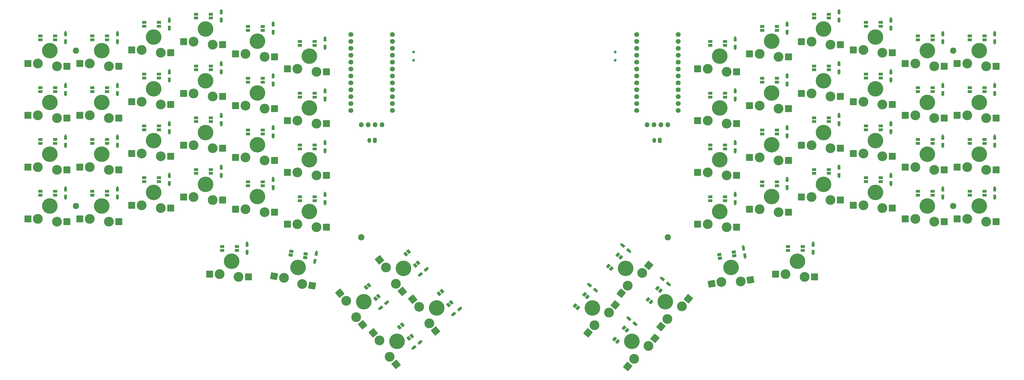
<source format=gbr>
%TF.GenerationSoftware,KiCad,Pcbnew,8.0.2-1.fc40*%
%TF.CreationDate,2024-06-26T22:38:01-04:00*%
%TF.ProjectId,BatBoard,42617442-6f61-4726-942e-6b696361645f,v1.0.0*%
%TF.SameCoordinates,Original*%
%TF.FileFunction,Soldermask,Bot*%
%TF.FilePolarity,Negative*%
%FSLAX46Y46*%
G04 Gerber Fmt 4.6, Leading zero omitted, Abs format (unit mm)*
G04 Created by KiCad (PCBNEW 8.0.2-1.fc40) date 2024-06-26 22:38:01*
%MOMM*%
%LPD*%
G01*
G04 APERTURE LIST*
G04 Aperture macros list*
%AMRoundRect*
0 Rectangle with rounded corners*
0 $1 Rounding radius*
0 $2 $3 $4 $5 $6 $7 $8 $9 X,Y pos of 4 corners*
0 Add a 4 corners polygon primitive as box body*
4,1,4,$2,$3,$4,$5,$6,$7,$8,$9,$2,$3,0*
0 Add four circle primitives for the rounded corners*
1,1,$1+$1,$2,$3*
1,1,$1+$1,$4,$5*
1,1,$1+$1,$6,$7*
1,1,$1+$1,$8,$9*
0 Add four rect primitives between the rounded corners*
20,1,$1+$1,$2,$3,$4,$5,0*
20,1,$1+$1,$4,$5,$6,$7,0*
20,1,$1+$1,$6,$7,$8,$9,0*
20,1,$1+$1,$8,$9,$2,$3,0*%
G04 Aperture macros list end*
%ADD10C,1.800000*%
%ADD11C,1.000000*%
%ADD12C,2.300000*%
%ADD13O,1.800000X1.800000*%
%ADD14RoundRect,0.250000X-1.050000X-1.000000X1.050000X-1.000000X1.050000X1.000000X-1.050000X1.000000X0*%
%ADD15C,5.700000*%
%ADD16C,3.600000*%
%ADD17C,0.600000*%
%ADD18RoundRect,0.050000X-0.455000X0.715000X-0.455000X-0.715000X0.455000X-0.715000X0.455000X0.715000X0*%
%ADD19RoundRect,0.050000X-0.455000X0.720000X-0.455000X-0.720000X0.455000X-0.720000X0.455000X0.720000X0*%
%ADD20RoundRect,0.050000X-0.700000X-0.500000X0.700000X-0.500000X0.700000X0.500000X-0.700000X0.500000X0*%
%ADD21RoundRect,0.250000X-1.207696X-0.802477X0.860400X-1.167138X1.207696X0.802477X-0.860400X1.167138X0*%
%ADD22RoundRect,0.250000X-1.440971X0.161559X-0.091117X-1.447134X1.440971X-0.161559X0.091117X1.447134X0*%
%ADD23RoundRect,0.050000X-0.066929X-0.857625X0.832974X0.214837X0.066929X0.857625X-0.832974X-0.214837X0*%
%ADD24RoundRect,0.050000X-0.572246X0.625128X-0.323929X-0.783147X0.572246X-0.625128X0.323929X0.783147X0*%
%ADD25RoundRect,0.050000X-0.573114X0.630052X-0.323061X-0.788072X0.573114X-0.630052X0.323061X0.788072X0*%
%ADD26RoundRect,0.050000X-0.840190X0.111043X0.255253X-0.808143X0.840190X-0.111043X-0.255253X0.808143X0*%
%ADD27RoundRect,0.050000X-0.844020X0.114257X0.259084X-0.811357X0.844020X-0.114257X-0.259084X0.811357X0*%
%ADD28RoundRect,0.050000X-0.776190X-0.370850X0.602541X-0.613958X0.776190X0.370850X-0.602541X0.613958X0*%
%ADD29RoundRect,0.250000X0.091117X-1.447134X1.440971X0.161559X-0.091117X1.447134X-1.440971X-0.161559X0*%
%ADD30RoundRect,0.050000X-0.602541X-0.613958X0.776190X-0.370850X0.602541X0.613958X-0.776190X0.370850X0*%
%ADD31RoundRect,0.050000X0.255253X0.808143X-0.840190X-0.111043X-0.255253X-0.808143X0.840190X0.111043X0*%
%ADD32RoundRect,0.050000X0.259084X0.811357X-0.844020X-0.114257X-0.259084X-0.811357X0.844020X0.114257X0*%
%ADD33RoundRect,0.050000X-0.832974X0.214837X0.066929X-0.857625X0.832974X-0.214837X-0.066929X0.857625X0*%
%ADD34RoundRect,0.250000X-0.860400X-1.167138X1.207696X-0.802477X0.860400X1.167138X-1.207696X0.802477X0*%
%ADD35RoundRect,0.050000X-0.323929X0.783147X-0.572246X-0.625128X0.323929X-0.783147X0.572246X0.625128X0*%
%ADD36RoundRect,0.050000X-0.323061X0.788072X-0.573114X-0.630052X0.323061X-0.788072X0.573114X0.630052X0*%
%ADD37RoundRect,0.260000X-0.390000X-0.665000X0.390000X-0.665000X0.390000X0.665000X-0.390000X0.665000X0*%
%ADD38O,1.300000X1.850000*%
G04 APERTURE END LIST*
D10*
%TO.C,MCU2*%
X280580637Y-111912500D03*
X280580637Y-114452500D03*
X280580637Y-116992500D03*
X280580637Y-119532500D03*
X280580637Y-122072500D03*
X280580637Y-124612500D03*
X280580637Y-127152500D03*
X280580637Y-129692500D03*
X280580637Y-132232500D03*
X280580637Y-134772500D03*
X280580637Y-137312500D03*
X280580637Y-139852500D03*
X265340637Y-139852500D03*
X265340637Y-137312500D03*
X265340637Y-134772500D03*
X265340637Y-132232500D03*
X265340637Y-129692500D03*
X265340637Y-127152500D03*
X265340637Y-124612500D03*
X265340637Y-122072500D03*
X265340637Y-119532500D03*
X265340637Y-116992500D03*
X265340637Y-114452500D03*
X265340637Y-111912500D03*
%TD*%
%TO.C,MCU1*%
X175730000Y-111912500D03*
X175730000Y-114452500D03*
X175730000Y-116992500D03*
X175730000Y-119532500D03*
X175730000Y-122072500D03*
X175730000Y-124612500D03*
X175730000Y-127152500D03*
X175730000Y-129692500D03*
X175730000Y-132232500D03*
X175730000Y-134772500D03*
X175730000Y-137312500D03*
X175730000Y-139852500D03*
X160490000Y-139852500D03*
X160490000Y-137312500D03*
X160490000Y-134772500D03*
X160490000Y-132232500D03*
X160490000Y-129692500D03*
X160490000Y-127152500D03*
X160490000Y-124612500D03*
X160490000Y-122072500D03*
X160490000Y-119532500D03*
X160490000Y-116992500D03*
X160490000Y-114452500D03*
X160490000Y-111912500D03*
%TD*%
D11*
%TO.C,PWR1*%
X183525000Y-118350000D03*
X183525000Y-121350000D03*
%TD*%
D12*
%TO.C,MH6*%
X381545637Y-175000000D03*
%TD*%
%TO.C,MH1*%
X164300000Y-186525000D03*
%TD*%
D13*
%TO.C,DISP2*%
X269150637Y-145122500D03*
X271690637Y-145122500D03*
X274230637Y-145122500D03*
X276770637Y-145122500D03*
%TD*%
D12*
%TO.C,MH2*%
X59525000Y-117850000D03*
%TD*%
%TO.C,MH4*%
X276770637Y-186525000D03*
%TD*%
%TO.C,MH3*%
X59525000Y-175000000D03*
%TD*%
%TO.C,MH5*%
X381545637Y-117850000D03*
%TD*%
D11*
%TO.C,PWR2*%
X257545637Y-121350000D03*
X257545637Y-118350000D03*
%TD*%
D13*
%TO.C,DISP1*%
X164300000Y-145122500D03*
X166840000Y-145122500D03*
X169380000Y-145122500D03*
X171920000Y-145122500D03*
%TD*%
D14*
%TO.C,S52*%
X287770637Y-162650000D03*
D15*
X295820637Y-157950000D03*
D14*
X302070637Y-163700000D03*
D16*
X291420637Y-162650000D03*
X298420637Y-163700000D03*
%TD*%
D17*
%TO.C,D53*%
X301535637Y-131887500D03*
D18*
X301540637Y-132772500D03*
D19*
X301540637Y-135507500D03*
D17*
X301535637Y-136387500D03*
%TD*%
D14*
%TO.C,S17*%
X118150000Y-176200000D03*
D15*
X126200000Y-171500000D03*
D14*
X132450000Y-177250000D03*
D16*
X121800000Y-176200000D03*
X128800000Y-177250000D03*
%TD*%
D14*
%TO.C,S20*%
X118150000Y-119050000D03*
D15*
X126200000Y-114350000D03*
D14*
X132450000Y-120100000D03*
D16*
X121800000Y-119050000D03*
X128800000Y-120100000D03*
%TD*%
D14*
%TO.C,S53*%
X287770637Y-143600000D03*
D15*
X295820637Y-138900000D03*
D14*
X302070637Y-144650000D03*
D16*
X291420637Y-143600000D03*
X298420637Y-144650000D03*
%TD*%
D17*
%TO.C,D24*%
X150965000Y-112837500D03*
D18*
X150970000Y-113722500D03*
D19*
X150970000Y-116457500D03*
D17*
X150965000Y-117337500D03*
%TD*%
D20*
%TO.C,LED51*%
X297770637Y-173000000D03*
X297770637Y-171600000D03*
X292370637Y-171600000D03*
X292370637Y-173000000D03*
%TD*%
%TO.C,LED48*%
X316820637Y-148450000D03*
X316820637Y-147050000D03*
X311420637Y-147050000D03*
X311420637Y-148450000D03*
%TD*%
%TO.C,LED52*%
X297770637Y-153950000D03*
X297770637Y-152550000D03*
X292370637Y-152550000D03*
X292370637Y-153950000D03*
%TD*%
D14*
%TO.C,S34*%
X383020637Y-122550000D03*
D15*
X391070637Y-117850000D03*
D14*
X397320637Y-123600000D03*
D16*
X386670637Y-122550000D03*
X393670637Y-123600000D03*
%TD*%
D14*
%TO.C,S19*%
X118150000Y-138100000D03*
D15*
X126200000Y-133400000D03*
D14*
X132450000Y-139150000D03*
D16*
X121800000Y-138100000D03*
X128800000Y-139150000D03*
%TD*%
D14*
%TO.C,S36*%
X363970637Y-160650000D03*
D15*
X372020637Y-155950000D03*
D14*
X378270637Y-161700000D03*
D16*
X367620637Y-160650000D03*
X374620637Y-161700000D03*
%TD*%
D14*
%TO.C,S47*%
X306820637Y-176200000D03*
D15*
X314870637Y-171500000D03*
D14*
X321120637Y-177250000D03*
D16*
X310470637Y-176200000D03*
X317470637Y-177250000D03*
%TD*%
D20*
%TO.C,LED34*%
X393020637Y-113850000D03*
X393020637Y-112450000D03*
X387620637Y-112450000D03*
X387620637Y-113850000D03*
%TD*%
%TO.C,LED11*%
X90050000Y-127900000D03*
X90050000Y-126500000D03*
X84650000Y-126500000D03*
X84650000Y-127900000D03*
%TD*%
%TO.C,LED25*%
X118625000Y-191312500D03*
X118625000Y-189912500D03*
X113225000Y-189912500D03*
X113225000Y-191312500D03*
%TD*%
D17*
%TO.C,D13*%
X112865000Y-159987500D03*
D18*
X112870000Y-160872500D03*
D19*
X112870000Y-163607500D03*
D17*
X112865000Y-164487500D03*
%TD*%
D20*
%TO.C,LED4*%
X51950000Y-113850000D03*
X51950000Y-112450000D03*
X46550000Y-112450000D03*
X46550000Y-113850000D03*
%TD*%
D14*
%TO.C,S33*%
X383020637Y-141600000D03*
D15*
X391070637Y-136900000D03*
D14*
X397320637Y-142650000D03*
D16*
X386670637Y-141600000D03*
X393670637Y-142650000D03*
%TD*%
D21*
%TO.C,S26*%
X132318864Y-200788764D03*
D15*
X141062713Y-197558035D03*
D21*
X146219284Y-204305981D03*
D16*
X135913410Y-201422579D03*
X142624736Y-203672165D03*
%TD*%
D14*
%TO.C,S14*%
X99100000Y-152650000D03*
D15*
X107150000Y-147950000D03*
D14*
X113400000Y-153700000D03*
D16*
X102750000Y-152650000D03*
X109750000Y-153700000D03*
%TD*%
D17*
%TO.C,D14*%
X112865000Y-140937500D03*
D18*
X112870000Y-141822500D03*
D19*
X112870000Y-144557500D03*
D17*
X112865000Y-145437500D03*
%TD*%
D22*
%TO.C,S29*%
X170972505Y-194758108D03*
D15*
X179747354Y-197903664D03*
D22*
X179360021Y-206387471D03*
D16*
X173318680Y-197554170D03*
X177013846Y-203591408D03*
%TD*%
D17*
%TO.C,D39*%
X358685637Y-162987500D03*
D18*
X358690637Y-163872500D03*
D19*
X358690637Y-166607500D03*
D17*
X358685637Y-167487500D03*
%TD*%
D14*
%TO.C,S4*%
X41950000Y-122550000D03*
D15*
X50000000Y-117850000D03*
D14*
X56250000Y-123600000D03*
D16*
X45600000Y-122550000D03*
X52600000Y-123600000D03*
%TD*%
D17*
%TO.C,D49*%
X320585637Y-126387500D03*
D18*
X320590637Y-127272500D03*
D19*
X320590637Y-130007500D03*
D17*
X320585637Y-130887500D03*
%TD*%
D20*
%TO.C,LED19*%
X128150000Y-129400000D03*
X128150000Y-128000000D03*
X122750000Y-128000000D03*
X122750000Y-129400000D03*
%TD*%
%TO.C,LED44*%
X335870637Y-143950000D03*
X335870637Y-142550000D03*
X330470637Y-142550000D03*
X330470637Y-143950000D03*
%TD*%
%TO.C,LED36*%
X373970637Y-151950000D03*
X373970637Y-150550000D03*
X368570637Y-150550000D03*
X368570637Y-151950000D03*
%TD*%
D14*
%TO.C,S22*%
X137200000Y-162650000D03*
D15*
X145250000Y-157950000D03*
D14*
X151500000Y-163700000D03*
D16*
X140850000Y-162650000D03*
X147850000Y-163700000D03*
%TD*%
D20*
%TO.C,LED22*%
X147200000Y-153950000D03*
X147200000Y-152550000D03*
X141800000Y-152550000D03*
X141800000Y-153950000D03*
%TD*%
D14*
%TO.C,S39*%
X344920637Y-174700000D03*
D15*
X352970637Y-170000000D03*
D14*
X359220637Y-175750000D03*
D16*
X348570637Y-174700000D03*
X355570637Y-175750000D03*
%TD*%
D14*
%TO.C,S23*%
X137200000Y-143600000D03*
D15*
X145250000Y-138900000D03*
D14*
X151500000Y-144650000D03*
D16*
X140850000Y-143600000D03*
X147850000Y-144650000D03*
%TD*%
D17*
%TO.C,D18*%
X131915000Y-145437500D03*
D18*
X131920000Y-146322500D03*
D19*
X131920000Y-149057500D03*
D17*
X131915000Y-149937500D03*
%TD*%
D14*
%TO.C,S7*%
X61000000Y-141600000D03*
D15*
X69050000Y-136900000D03*
D14*
X75300000Y-142650000D03*
D16*
X64650000Y-141600000D03*
X71650000Y-142650000D03*
%TD*%
D14*
%TO.C,S1*%
X41950000Y-179700000D03*
D15*
X50000000Y-175000000D03*
D14*
X56250000Y-180750000D03*
D16*
X45600000Y-179700000D03*
X52600000Y-180750000D03*
%TD*%
D17*
%TO.C,D19*%
X131915000Y-126387500D03*
D18*
X131920000Y-127272500D03*
D19*
X131920000Y-130007500D03*
D17*
X131915000Y-130887500D03*
%TD*%
D20*
%TO.C,LED6*%
X71000000Y-151950000D03*
X71000000Y-150550000D03*
X65600000Y-150550000D03*
X65600000Y-151950000D03*
%TD*%
%TO.C,LED50*%
X316820637Y-110350000D03*
X316820637Y-108950000D03*
X311420637Y-108950000D03*
X311420637Y-110350000D03*
%TD*%
D14*
%TO.C,S12*%
X80050000Y-117550000D03*
D15*
X88100000Y-112850000D03*
D14*
X94350000Y-118600000D03*
D16*
X83700000Y-117550000D03*
X90700000Y-118600000D03*
%TD*%
D14*
%TO.C,S54*%
X287770637Y-124550000D03*
D15*
X295820637Y-119850000D03*
D14*
X302070637Y-125600000D03*
D16*
X291420637Y-124550000D03*
X298420637Y-125600000D03*
%TD*%
D17*
%TO.C,D2*%
X55715000Y-148937500D03*
D18*
X55720000Y-149822500D03*
D19*
X55720000Y-152557500D03*
D17*
X55715000Y-153437500D03*
%TD*%
D22*
%TO.C,S28*%
X168656602Y-221634661D03*
D15*
X177431451Y-224780217D03*
D22*
X177044118Y-233264024D03*
D16*
X171002777Y-224430723D03*
X174697943Y-230467961D03*
%TD*%
D17*
%TO.C,D41*%
X358685637Y-124887500D03*
D18*
X358690637Y-125772500D03*
D19*
X358690637Y-128507500D03*
D17*
X358685637Y-129387500D03*
%TD*%
D23*
%TO.C,LED60*%
X247299577Y-208393571D03*
X246227114Y-207493669D03*
X242756061Y-211630309D03*
X243828524Y-212530211D03*
%TD*%
D20*
%TO.C,LED3*%
X51950000Y-132900000D03*
X51950000Y-131500000D03*
X46550000Y-131500000D03*
X46550000Y-132900000D03*
%TD*%
D17*
%TO.C,D1*%
X55715000Y-167987500D03*
D18*
X55720000Y-168872500D03*
D19*
X55720000Y-171607500D03*
D17*
X55715000Y-172487500D03*
%TD*%
D20*
%TO.C,LED15*%
X109100000Y-124900000D03*
X109100000Y-123500000D03*
X103700000Y-123500000D03*
X103700000Y-124900000D03*
%TD*%
D17*
%TO.C,D56*%
X304418393Y-189659673D03*
D24*
X304576995Y-190530358D03*
D25*
X305051923Y-193223807D03*
D17*
X305199809Y-194091305D03*
%TD*%
D14*
%TO.C,S49*%
X306820637Y-138100000D03*
D15*
X314870637Y-133400000D03*
D14*
X321120637Y-139150000D03*
D16*
X310470637Y-138100000D03*
X317470637Y-139150000D03*
%TD*%
D17*
%TO.C,D46*%
X339635637Y-102837500D03*
D18*
X339640637Y-103722500D03*
D19*
X339640637Y-106457500D03*
D17*
X339635637Y-107337500D03*
%TD*%
%TO.C,D58*%
X261940831Y-215894725D03*
D26*
X262621994Y-216459762D03*
D27*
X264717126Y-218217786D03*
D17*
X265388031Y-218787269D03*
%TD*%
D14*
%TO.C,S9*%
X80050000Y-174700000D03*
D15*
X88100000Y-170000000D03*
D14*
X94350000Y-175750000D03*
D16*
X83700000Y-174700000D03*
X90700000Y-175750000D03*
%TD*%
D17*
%TO.C,D34*%
X396785637Y-110837500D03*
D18*
X396790637Y-111722500D03*
D19*
X396790637Y-114457500D03*
D17*
X396785637Y-115337500D03*
%TD*%
D20*
%TO.C,LED46*%
X335870637Y-105850000D03*
X335870637Y-104450000D03*
X330470637Y-104450000D03*
X330470637Y-105850000D03*
%TD*%
D28*
%TO.C,LED26*%
X143677680Y-193957419D03*
X143920788Y-192578688D03*
X138602826Y-191640987D03*
X138359718Y-193019718D03*
%TD*%
D20*
%TO.C,LED9*%
X90050000Y-166000000D03*
X90050000Y-164600000D03*
X84650000Y-164600000D03*
X84650000Y-166000000D03*
%TD*%
D17*
%TO.C,D8*%
X74765000Y-110837500D03*
D18*
X74770000Y-111722500D03*
D19*
X74770000Y-114457500D03*
D17*
X74765000Y-115337500D03*
%TD*%
D20*
%TO.C,LED39*%
X354920637Y-166000000D03*
X354920637Y-164600000D03*
X349520637Y-164600000D03*
X349520637Y-166000000D03*
%TD*%
D14*
%TO.C,S5*%
X61000000Y-179700000D03*
D15*
X69050000Y-175000000D03*
D14*
X75300000Y-180750000D03*
D16*
X64650000Y-179700000D03*
X71650000Y-180750000D03*
%TD*%
D20*
%TO.C,LED17*%
X128150000Y-167500000D03*
X128150000Y-166100000D03*
X122750000Y-166100000D03*
X122750000Y-167500000D03*
%TD*%
D14*
%TO.C,S3*%
X41950000Y-141600000D03*
D15*
X50000000Y-136900000D03*
D14*
X56250000Y-142650000D03*
D16*
X45600000Y-141600000D03*
X52600000Y-142650000D03*
%TD*%
D17*
%TO.C,D44*%
X339635637Y-140937500D03*
D18*
X339640637Y-141822500D03*
D19*
X339640637Y-144557500D03*
D17*
X339635637Y-145437500D03*
%TD*%
%TO.C,D36*%
X377735637Y-148937500D03*
D18*
X377740637Y-149822500D03*
D19*
X377740637Y-152557500D03*
D17*
X377735637Y-153437500D03*
%TD*%
%TO.C,D23*%
X150965000Y-131887500D03*
D18*
X150970000Y-132772500D03*
D19*
X150970000Y-135507500D03*
D17*
X150965000Y-136387500D03*
%TD*%
D29*
%TO.C,S59*%
X259749252Y-207091424D03*
D15*
X261323283Y-197903664D03*
D29*
X269745461Y-196811915D03*
D16*
X262095426Y-204295361D03*
X267399286Y-199607977D03*
%TD*%
D17*
%TO.C,D55*%
X330110637Y-188300000D03*
D18*
X330115637Y-189185000D03*
D19*
X330115637Y-191920000D03*
D17*
X330110637Y-192800000D03*
%TD*%
D20*
%TO.C,LED40*%
X354920637Y-146950000D03*
X354920637Y-145550000D03*
X349520637Y-145550000D03*
X349520637Y-146950000D03*
%TD*%
D17*
%TO.C,D45*%
X339635637Y-121887500D03*
D18*
X339640637Y-122772500D03*
D19*
X339640637Y-125507500D03*
D17*
X339635637Y-126387500D03*
%TD*%
D30*
%TO.C,LED56*%
X301233707Y-193280190D03*
X300990599Y-191901459D03*
X295672637Y-192839160D03*
X295915745Y-194217891D03*
%TD*%
D20*
%TO.C,LED38*%
X373970637Y-113850000D03*
X373970637Y-112450000D03*
X368570637Y-112450000D03*
X368570637Y-113850000D03*
%TD*%
%TO.C,LED33*%
X393020637Y-132900000D03*
X393020637Y-131500000D03*
X387620637Y-131500000D03*
X387620637Y-132900000D03*
%TD*%
D14*
%TO.C,S44*%
X325870637Y-152650000D03*
D15*
X333920637Y-147950000D03*
D14*
X340170637Y-153700000D03*
D16*
X329520637Y-152650000D03*
X336520637Y-153700000D03*
%TD*%
D20*
%TO.C,LED42*%
X354920637Y-108850000D03*
X354920637Y-107450000D03*
X349520637Y-107450000D03*
X349520637Y-108850000D03*
%TD*%
D17*
%TO.C,D10*%
X93815000Y-143937500D03*
D18*
X93820000Y-144822500D03*
D19*
X93820000Y-147557500D03*
D17*
X93815000Y-148437500D03*
%TD*%
D14*
%TO.C,S31*%
X383020637Y-179700000D03*
D15*
X391070637Y-175000000D03*
D14*
X397320637Y-180750000D03*
D16*
X386670637Y-179700000D03*
X393670637Y-180750000D03*
%TD*%
D29*
%TO.C,S60*%
X247536288Y-221646268D03*
D15*
X249110319Y-212458508D03*
D29*
X257532497Y-211366759D03*
D16*
X249882462Y-218850205D03*
X255186322Y-214162821D03*
%TD*%
D20*
%TO.C,LED49*%
X316820637Y-129400000D03*
X316820637Y-128000000D03*
X311420637Y-128000000D03*
X311420637Y-129400000D03*
%TD*%
D14*
%TO.C,S50*%
X306820637Y-119050000D03*
D15*
X314870637Y-114350000D03*
D14*
X321120637Y-120100000D03*
D16*
X310470637Y-119050000D03*
X317470637Y-120100000D03*
%TD*%
D17*
%TO.C,D33*%
X396785637Y-129887500D03*
D18*
X396790637Y-130772500D03*
D19*
X396790637Y-133507500D03*
D17*
X396785637Y-134387500D03*
%TD*%
D20*
%TO.C,LED8*%
X71000000Y-113850000D03*
X71000000Y-112450000D03*
X65600000Y-112450000D03*
X65600000Y-113850000D03*
%TD*%
D14*
%TO.C,S41*%
X344920637Y-136600000D03*
D15*
X352970637Y-131900000D03*
D14*
X359220637Y-137650000D03*
D16*
X348570637Y-136600000D03*
X355570637Y-137650000D03*
%TD*%
D17*
%TO.C,D31*%
X396785637Y-167987500D03*
D18*
X396790637Y-168872500D03*
D19*
X396790637Y-171607500D03*
D17*
X396785637Y-172487500D03*
%TD*%
D14*
%TO.C,S15*%
X99100000Y-133600000D03*
D15*
X107150000Y-128900000D03*
D14*
X113400000Y-134650000D03*
D16*
X102750000Y-133600000D03*
X109750000Y-134650000D03*
%TD*%
D20*
%TO.C,LED31*%
X393020637Y-171000000D03*
X393020637Y-169600000D03*
X387620637Y-169600000D03*
X387620637Y-171000000D03*
%TD*%
%TO.C,LED23*%
X147200000Y-134900000D03*
X147200000Y-133500000D03*
X141800000Y-133500000D03*
X141800000Y-134900000D03*
%TD*%
D17*
%TO.C,D17*%
X131915000Y-164487500D03*
D18*
X131920000Y-165372500D03*
D19*
X131920000Y-168107500D03*
D17*
X131915000Y-168987500D03*
%TD*%
D20*
%TO.C,LED12*%
X90050000Y-108850000D03*
X90050000Y-107450000D03*
X84650000Y-107450000D03*
X84650000Y-108850000D03*
%TD*%
D14*
%TO.C,S21*%
X137200000Y-181700000D03*
D15*
X145250000Y-177000000D03*
D14*
X151500000Y-182750000D03*
D16*
X140850000Y-181700000D03*
X147850000Y-182750000D03*
%TD*%
D20*
%TO.C,LED43*%
X335870637Y-163000000D03*
X335870637Y-161600000D03*
X330470637Y-161600000D03*
X330470637Y-163000000D03*
%TD*%
D17*
%TO.C,D60*%
X247411963Y-203573016D03*
D26*
X248093126Y-204138053D03*
D27*
X250188258Y-205896077D03*
D17*
X250859163Y-206465560D03*
%TD*%
D20*
%TO.C,LED53*%
X297770637Y-134900000D03*
X297770637Y-133500000D03*
X292370637Y-133500000D03*
X292370637Y-134900000D03*
%TD*%
%TO.C,LED55*%
X326345637Y-191312500D03*
X326345637Y-189912500D03*
X320945637Y-189912500D03*
X320945637Y-191312500D03*
%TD*%
%TO.C,LED13*%
X109100000Y-163000000D03*
X109100000Y-161600000D03*
X103700000Y-161600000D03*
X103700000Y-163000000D03*
%TD*%
%TO.C,LED21*%
X147200000Y-173000000D03*
X147200000Y-171600000D03*
X141800000Y-171600000D03*
X141800000Y-173000000D03*
%TD*%
D17*
%TO.C,D3*%
X55715000Y-129887500D03*
D18*
X55720000Y-130772500D03*
D19*
X55720000Y-133507500D03*
D17*
X55715000Y-134387500D03*
%TD*%
D14*
%TO.C,S24*%
X137200000Y-124550000D03*
D15*
X145250000Y-119850000D03*
D14*
X151500000Y-125600000D03*
D16*
X140850000Y-124550000D03*
X147850000Y-125600000D03*
%TD*%
D17*
%TO.C,D27*%
X174231765Y-210057466D03*
D31*
X173557030Y-210630163D03*
D32*
X171461898Y-212388187D03*
D17*
X170784565Y-212950010D03*
%TD*%
D14*
%TO.C,S8*%
X61000000Y-122550000D03*
D15*
X69050000Y-117850000D03*
D14*
X75300000Y-123600000D03*
D16*
X64650000Y-122550000D03*
X71650000Y-123600000D03*
%TD*%
D20*
%TO.C,LED35*%
X373970637Y-171000000D03*
X373970637Y-169600000D03*
X368570637Y-169600000D03*
X368570637Y-171000000D03*
%TD*%
%TO.C,LED24*%
X147200000Y-115850000D03*
X147200000Y-114450000D03*
X141800000Y-114450000D03*
X141800000Y-115850000D03*
%TD*%
D14*
%TO.C,S2*%
X41950000Y-160650000D03*
D15*
X50000000Y-155950000D03*
D14*
X56250000Y-161700000D03*
D16*
X45600000Y-160650000D03*
X52600000Y-161700000D03*
%TD*%
D17*
%TO.C,D22*%
X150965000Y-150937500D03*
D18*
X150970000Y-151822500D03*
D19*
X150970000Y-154557500D03*
D17*
X150965000Y-155437500D03*
%TD*%
D14*
%TO.C,S51*%
X287770637Y-181700000D03*
D15*
X295820637Y-177000000D03*
D14*
X302070637Y-182750000D03*
D16*
X291420637Y-181700000D03*
X298420637Y-182750000D03*
%TD*%
D17*
%TO.C,D54*%
X301535637Y-112837500D03*
D18*
X301540637Y-113722500D03*
D19*
X301540637Y-116457500D03*
D17*
X301535637Y-117337500D03*
%TD*%
D20*
%TO.C,LED32*%
X393020637Y-151950000D03*
X393020637Y-150550000D03*
X387620637Y-150550000D03*
X387620637Y-151950000D03*
%TD*%
D14*
%TO.C,S16*%
X99100000Y-114550000D03*
D15*
X107150000Y-109850000D03*
D14*
X113400000Y-115600000D03*
D16*
X102750000Y-114550000D03*
X109750000Y-115600000D03*
%TD*%
D14*
%TO.C,S37*%
X363970637Y-141600000D03*
D15*
X372020637Y-136900000D03*
D14*
X378270637Y-142650000D03*
D16*
X367620637Y-141600000D03*
X374620637Y-142650000D03*
%TD*%
D14*
%TO.C,S18*%
X118150000Y-157150000D03*
D15*
X126200000Y-152450000D03*
D14*
X132450000Y-158200000D03*
D16*
X121800000Y-157150000D03*
X128800000Y-158200000D03*
%TD*%
D22*
%TO.C,S27*%
X156411498Y-207041514D03*
D15*
X165186347Y-210187070D03*
D22*
X164799014Y-218670877D03*
D16*
X158757673Y-209837576D03*
X162452839Y-215874814D03*
%TD*%
D33*
%TO.C,LED29*%
X184064967Y-196826300D03*
X185137430Y-195926398D03*
X181666377Y-191789758D03*
X180593914Y-192689660D03*
%TD*%
D20*
%TO.C,LED2*%
X51950000Y-151950000D03*
X51950000Y-150550000D03*
X46550000Y-150550000D03*
X46550000Y-151950000D03*
%TD*%
D17*
%TO.C,D37*%
X377735637Y-129887500D03*
D18*
X377740637Y-130772500D03*
D19*
X377740637Y-133507500D03*
D17*
X377735637Y-134387500D03*
%TD*%
D14*
%TO.C,S10*%
X80050000Y-155650000D03*
D15*
X88100000Y-150950000D03*
D14*
X94350000Y-156700000D03*
D16*
X83700000Y-155650000D03*
X90700000Y-156700000D03*
%TD*%
D17*
%TO.C,D7*%
X74765000Y-129887500D03*
D18*
X74770000Y-130772500D03*
D19*
X74770000Y-133507500D03*
D17*
X74765000Y-134387500D03*
%TD*%
%TO.C,D5*%
X74765000Y-167987500D03*
D18*
X74770000Y-168872500D03*
D19*
X74770000Y-171607500D03*
D17*
X74765000Y-172487500D03*
%TD*%
D14*
%TO.C,S6*%
X61000000Y-160650000D03*
D15*
X69050000Y-155950000D03*
D14*
X75300000Y-161700000D03*
D16*
X64650000Y-160650000D03*
X71650000Y-161700000D03*
%TD*%
D17*
%TO.C,D20*%
X131915000Y-107337500D03*
D18*
X131920000Y-108222500D03*
D19*
X131920000Y-110957500D03*
D17*
X131915000Y-111837500D03*
%TD*%
%TO.C,D4*%
X55715000Y-110837500D03*
D18*
X55720000Y-111722500D03*
D19*
X55720000Y-114457500D03*
D17*
X55715000Y-115337500D03*
%TD*%
D20*
%TO.C,LED41*%
X354920637Y-127900000D03*
X354920637Y-126500000D03*
X349520637Y-126500000D03*
X349520637Y-127900000D03*
%TD*%
D14*
%TO.C,S43*%
X325870637Y-171700000D03*
D15*
X333920637Y-167000000D03*
D14*
X340170637Y-172750000D03*
D16*
X329520637Y-171700000D03*
X336520637Y-172750000D03*
%TD*%
D34*
%TO.C,S56*%
X292896368Y-203584499D03*
D15*
X300007924Y-197558035D03*
D34*
X307161449Y-202135376D03*
D16*
X296490916Y-202950683D03*
X303566901Y-202769194D03*
%TD*%
D14*
%TO.C,S25*%
X108625000Y-200012500D03*
D15*
X116675000Y-195312500D03*
D14*
X122925000Y-201062500D03*
D16*
X112275000Y-200012500D03*
X119275000Y-201062500D03*
%TD*%
D17*
%TO.C,D6*%
X74765000Y-148937500D03*
D18*
X74770000Y-149822500D03*
D19*
X74770000Y-152557500D03*
D17*
X74765000Y-153437500D03*
%TD*%
D23*
%TO.C,LED59*%
X259512542Y-193838726D03*
X258440079Y-192938824D03*
X254969026Y-197075464D03*
X256041489Y-197975366D03*
%TD*%
D20*
%TO.C,LED10*%
X90050000Y-146950000D03*
X90050000Y-145550000D03*
X84650000Y-145550000D03*
X84650000Y-146950000D03*
%TD*%
D17*
%TO.C,D35*%
X377735637Y-167987500D03*
D18*
X377740637Y-168872500D03*
D19*
X377740637Y-171607500D03*
D17*
X377735637Y-172487500D03*
%TD*%
D22*
%TO.C,S30*%
X183185470Y-209312952D03*
D15*
X191960319Y-212458508D03*
D22*
X191572986Y-220942315D03*
D16*
X185531645Y-212109014D03*
X189226811Y-218146252D03*
%TD*%
D17*
%TO.C,D25*%
X122390000Y-188300000D03*
D18*
X122395000Y-189185000D03*
D19*
X122395000Y-191920000D03*
D17*
X122390000Y-192800000D03*
%TD*%
%TO.C,D11*%
X93815000Y-124887500D03*
D18*
X93820000Y-125772500D03*
D19*
X93820000Y-128507500D03*
D17*
X93815000Y-129387500D03*
%TD*%
D14*
%TO.C,S32*%
X383020637Y-160650000D03*
D15*
X391070637Y-155950000D03*
D14*
X397320637Y-161700000D03*
D16*
X386670637Y-160650000D03*
X393670637Y-161700000D03*
%TD*%
D17*
%TO.C,D12*%
X93815000Y-105837500D03*
D18*
X93820000Y-106722500D03*
D19*
X93820000Y-109457500D03*
D17*
X93815000Y-110337500D03*
%TD*%
D20*
%TO.C,LED54*%
X297770637Y-115850000D03*
X297770637Y-114450000D03*
X292370637Y-114450000D03*
X292370637Y-115850000D03*
%TD*%
D29*
%TO.C,S57*%
X274310259Y-219374830D03*
D15*
X275884290Y-210187070D03*
D29*
X284306468Y-209095321D03*
D16*
X276656433Y-216578767D03*
X281960293Y-211891383D03*
%TD*%
D20*
%TO.C,LED37*%
X373970637Y-132900000D03*
X373970637Y-131500000D03*
X368570637Y-131500000D03*
X368570637Y-132900000D03*
%TD*%
D33*
%TO.C,LED28*%
X181749064Y-223702853D03*
X182821527Y-222802951D03*
X179350474Y-218666311D03*
X178278011Y-219566213D03*
%TD*%
D17*
%TO.C,D29*%
X188792772Y-197774060D03*
D31*
X188118037Y-198346757D03*
D32*
X186022905Y-200104781D03*
D17*
X185345572Y-200666604D03*
%TD*%
%TO.C,D59*%
X259624928Y-189018172D03*
D26*
X260306091Y-189583209D03*
D27*
X262401223Y-191341233D03*
D17*
X263072128Y-191910716D03*
%TD*%
%TO.C,D30*%
X201005736Y-212328904D03*
D31*
X200331001Y-212901601D03*
D32*
X198235869Y-214659625D03*
D17*
X197558536Y-215221448D03*
%TD*%
%TO.C,D50*%
X320585637Y-107337500D03*
D18*
X320590637Y-108222500D03*
D19*
X320590637Y-110957500D03*
D17*
X320585637Y-111837500D03*
%TD*%
%TO.C,D38*%
X377735637Y-110837500D03*
D18*
X377740637Y-111722500D03*
D19*
X377740637Y-114457500D03*
D17*
X377735637Y-115337500D03*
%TD*%
D33*
%TO.C,LED27*%
X169503960Y-209109706D03*
X170576423Y-208209804D03*
X167105370Y-204073164D03*
X166032907Y-204973066D03*
%TD*%
D20*
%TO.C,LED18*%
X128150000Y-148450000D03*
X128150000Y-147050000D03*
X122750000Y-147050000D03*
X122750000Y-148450000D03*
%TD*%
D14*
%TO.C,S13*%
X99100000Y-171700000D03*
D15*
X107150000Y-167000000D03*
D14*
X113400000Y-172750000D03*
D16*
X102750000Y-171700000D03*
X109750000Y-172750000D03*
%TD*%
D20*
%TO.C,LED45*%
X335870637Y-124900000D03*
X335870637Y-123500000D03*
X330470637Y-123500000D03*
X330470637Y-124900000D03*
%TD*%
%TO.C,LED14*%
X109100000Y-143950000D03*
X109100000Y-142550000D03*
X103700000Y-142550000D03*
X103700000Y-143950000D03*
%TD*%
D17*
%TO.C,D40*%
X358685637Y-143937500D03*
D18*
X358690637Y-144822500D03*
D19*
X358690637Y-147557500D03*
D17*
X358685637Y-148437500D03*
%TD*%
D14*
%TO.C,S45*%
X325870637Y-133600000D03*
D15*
X333920637Y-128900000D03*
D14*
X340170637Y-134650000D03*
D16*
X329520637Y-133600000D03*
X336520637Y-134650000D03*
%TD*%
D17*
%TO.C,D28*%
X186476869Y-224650613D03*
D31*
X185802134Y-225223310D03*
D32*
X183707002Y-226981334D03*
D17*
X183029669Y-227543157D03*
%TD*%
%TO.C,D48*%
X320585637Y-145437500D03*
D18*
X320590637Y-146322500D03*
D19*
X320590637Y-149057500D03*
D17*
X320585637Y-149937500D03*
%TD*%
D23*
%TO.C,LED57*%
X274073549Y-206122133D03*
X273001086Y-205222231D03*
X269530033Y-209358871D03*
X270602496Y-210258773D03*
%TD*%
%TO.C,LED58*%
X261828445Y-220715279D03*
X260755982Y-219815377D03*
X257284929Y-223952017D03*
X258357392Y-224851919D03*
%TD*%
D17*
%TO.C,D47*%
X320585637Y-164487500D03*
D18*
X320590637Y-165372500D03*
D19*
X320590637Y-168107500D03*
D17*
X320585637Y-168987500D03*
%TD*%
%TO.C,D43*%
X339635637Y-159987500D03*
D18*
X339640637Y-160872500D03*
D19*
X339640637Y-163607500D03*
D17*
X339635637Y-164487500D03*
%TD*%
%TO.C,D52*%
X301535637Y-150937500D03*
D18*
X301540637Y-151822500D03*
D19*
X301540637Y-154557500D03*
D17*
X301535637Y-155437500D03*
%TD*%
D14*
%TO.C,S48*%
X306820637Y-157150000D03*
D15*
X314870637Y-152450000D03*
D14*
X321120637Y-158200000D03*
D16*
X310470637Y-157150000D03*
X317470637Y-158200000D03*
%TD*%
D17*
%TO.C,D32*%
X396785637Y-148937500D03*
D18*
X396790637Y-149822500D03*
D19*
X396790637Y-152557500D03*
D17*
X396785637Y-153437500D03*
%TD*%
D20*
%TO.C,LED20*%
X128150000Y-110350000D03*
X128150000Y-108950000D03*
X122750000Y-108950000D03*
X122750000Y-110350000D03*
%TD*%
D14*
%TO.C,S38*%
X363970637Y-122550000D03*
D15*
X372020637Y-117850000D03*
D14*
X378270637Y-123600000D03*
D16*
X367620637Y-122550000D03*
X374620637Y-123600000D03*
%TD*%
D17*
%TO.C,D26*%
X147908597Y-191644472D03*
D35*
X147759843Y-192516894D03*
D36*
X147284915Y-195210343D03*
D17*
X147127181Y-196076104D03*
%TD*%
D20*
%TO.C,LED1*%
X51950000Y-171000000D03*
X51950000Y-169600000D03*
X46550000Y-169600000D03*
X46550000Y-171000000D03*
%TD*%
%TO.C,LED47*%
X316820637Y-167500000D03*
X316820637Y-166100000D03*
X311420637Y-166100000D03*
X311420637Y-167500000D03*
%TD*%
D37*
%TO.C,JST2*%
X273820637Y-150850000D03*
D38*
X271820637Y-150850000D03*
%TD*%
D14*
%TO.C,S11*%
X80050000Y-136600000D03*
D15*
X88100000Y-131900000D03*
D14*
X94350000Y-137650000D03*
D16*
X83700000Y-136600000D03*
X90700000Y-137650000D03*
%TD*%
D20*
%TO.C,LED16*%
X109100000Y-105850000D03*
X109100000Y-104450000D03*
X103700000Y-104450000D03*
X103700000Y-105850000D03*
%TD*%
D17*
%TO.C,D15*%
X112865000Y-121887500D03*
D18*
X112870000Y-122772500D03*
D19*
X112870000Y-125507500D03*
D17*
X112865000Y-126387500D03*
%TD*%
%TO.C,D16*%
X112865000Y-102837500D03*
D18*
X112870000Y-103722500D03*
D19*
X112870000Y-106457500D03*
D17*
X112865000Y-107337500D03*
%TD*%
D14*
%TO.C,S42*%
X344920637Y-117550000D03*
D15*
X352970637Y-112850000D03*
D14*
X359220637Y-118600000D03*
D16*
X348570637Y-117550000D03*
X355570637Y-118600000D03*
%TD*%
D37*
%TO.C,JST1*%
X169250000Y-150850000D03*
D38*
X167250000Y-150850000D03*
%TD*%
D17*
%TO.C,D57*%
X274185935Y-201301578D03*
D26*
X274867098Y-201866615D03*
D27*
X276962230Y-203624639D03*
D17*
X277633135Y-204194122D03*
%TD*%
%TO.C,D21*%
X150965000Y-169987500D03*
D18*
X150970000Y-170872500D03*
D19*
X150970000Y-173607500D03*
D17*
X150965000Y-174487500D03*
%TD*%
D14*
%TO.C,S55*%
X316345637Y-200012500D03*
D15*
X324395637Y-195312500D03*
D14*
X330645637Y-201062500D03*
D16*
X319995637Y-200012500D03*
X326995637Y-201062500D03*
%TD*%
D17*
%TO.C,D51*%
X301535637Y-169987500D03*
D18*
X301540637Y-170872500D03*
D19*
X301540637Y-173607500D03*
D17*
X301535637Y-174487500D03*
%TD*%
D14*
%TO.C,S46*%
X325870637Y-114550000D03*
D15*
X333920637Y-109850000D03*
D14*
X340170637Y-115600000D03*
D16*
X329520637Y-114550000D03*
X336520637Y-115600000D03*
%TD*%
D17*
%TO.C,D42*%
X358685637Y-105837500D03*
D18*
X358690637Y-106722500D03*
D19*
X358690637Y-109457500D03*
D17*
X358685637Y-110337500D03*
%TD*%
D29*
%TO.C,S58*%
X262065155Y-233967977D03*
D15*
X263639186Y-224780217D03*
D29*
X272061364Y-223688468D03*
D16*
X264411329Y-231171914D03*
X269715189Y-226484530D03*
%TD*%
D14*
%TO.C,S40*%
X344920637Y-155650000D03*
D15*
X352970637Y-150950000D03*
D14*
X359220637Y-156700000D03*
D16*
X348570637Y-155650000D03*
X355570637Y-156700000D03*
%TD*%
D20*
%TO.C,LED7*%
X71000000Y-132900000D03*
X71000000Y-131500000D03*
X65600000Y-131500000D03*
X65600000Y-132900000D03*
%TD*%
D33*
%TO.C,LED30*%
X196277932Y-211381144D03*
X197350395Y-210481242D03*
X193879342Y-206344602D03*
X192806879Y-207244504D03*
%TD*%
D17*
%TO.C,D9*%
X93815000Y-162987500D03*
D18*
X93820000Y-163872500D03*
D19*
X93820000Y-166607500D03*
D17*
X93815000Y-167487500D03*
%TD*%
D14*
%TO.C,S35*%
X363970637Y-179700000D03*
D15*
X372020637Y-175000000D03*
D14*
X378270637Y-180750000D03*
D16*
X367620637Y-179700000D03*
X374620637Y-180750000D03*
%TD*%
D20*
%TO.C,LED5*%
X71000000Y-171000000D03*
X71000000Y-169600000D03*
X65600000Y-169600000D03*
X65600000Y-171000000D03*
%TD*%
M02*

</source>
